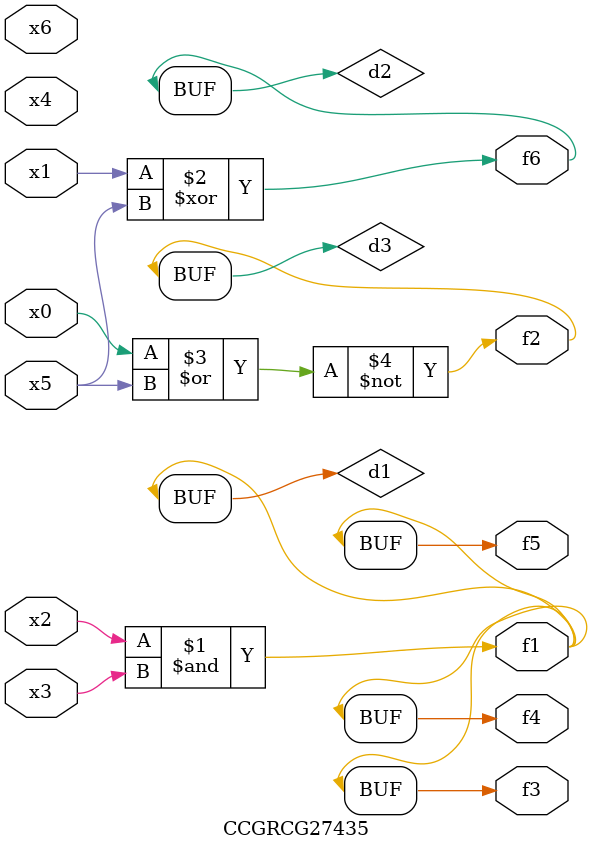
<source format=v>
module CCGRCG27435(
	input x0, x1, x2, x3, x4, x5, x6,
	output f1, f2, f3, f4, f5, f6
);

	wire d1, d2, d3;

	and (d1, x2, x3);
	xor (d2, x1, x5);
	nor (d3, x0, x5);
	assign f1 = d1;
	assign f2 = d3;
	assign f3 = d1;
	assign f4 = d1;
	assign f5 = d1;
	assign f6 = d2;
endmodule

</source>
